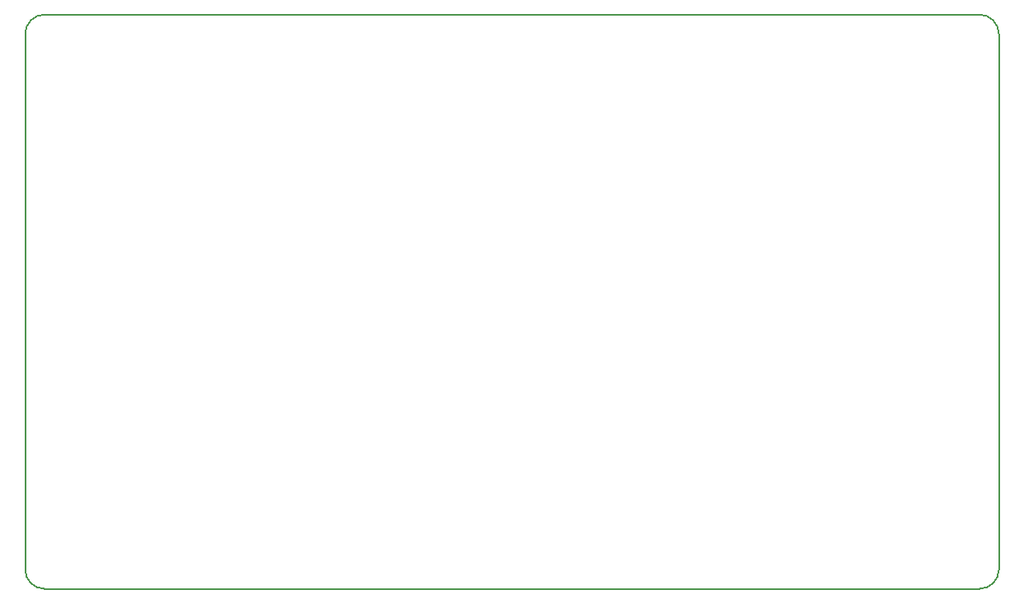
<source format=gko>
G04 Layer: BoardOutlineLayer*
G04 EasyEDA Pro v2.2.32.3, 2024-11-02 15:36:31*
G04 Gerber Generator version 0.3*
G04 Scale: 100 percent, Rotated: No, Reflected: No*
G04 Dimensions in millimeters*
G04 Leading zeros omitted, absolute positions, 3 integers and 5 decimals*
%FSLAX35Y35*%
%MOMM*%
%ADD10C,0.157*%
G75*


G04 Rect Start*
G54D10*
G01X-9485337Y-5667943D02*
G01X-9485337Y-167944D01*
G02X-9285337Y32056I200000J0D01*
G01X314663Y32056D01*
G02X514663Y-167944I0J-200000D01*
G01X514663Y-5667943D01*
G02X314663Y-5867944I-200000J0D01*
G01X-9285337Y-5867944D01*
G02X-9485337Y-5667943I0J200000D01*
G04 Rect End*

M02*


</source>
